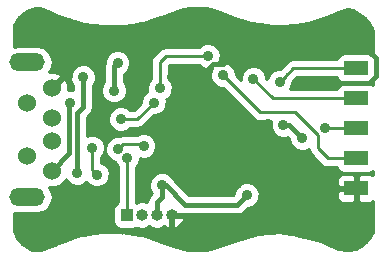
<source format=gbl>
G04 #@! TF.FileFunction,Copper,L2,Bot,Signal*
%FSLAX46Y46*%
G04 Gerber Fmt 4.6, Leading zero omitted, Abs format (unit mm)*
G04 Created by KiCad (PCBNEW 4.0.2-stable) date 6/19/2017 9:33:45 AM*
%MOMM*%
G01*
G04 APERTURE LIST*
%ADD10C,0.150000*%
%ADD11R,1.000000X1.000000*%
%ADD12O,1.000000X1.000000*%
%ADD13R,2.000000X1.200000*%
%ADD14C,1.524000*%
%ADD15O,3.000000X1.500000*%
%ADD16C,0.889000*%
%ADD17C,0.400000*%
%ADD18C,0.254000*%
G04 APERTURE END LIST*
D10*
D11*
X191516000Y-142113000D03*
D12*
X192786000Y-142113000D03*
X194056000Y-142113000D03*
X195326000Y-142113000D03*
D13*
X210947000Y-129675000D03*
X210947000Y-132215000D03*
X210947000Y-134755000D03*
X210947000Y-137295000D03*
X210947000Y-139835000D03*
D14*
X185166000Y-133874000D03*
X185166000Y-135874000D03*
X185166000Y-131374000D03*
X185166000Y-138374000D03*
X183066000Y-132624000D03*
X183066000Y-137124000D03*
D15*
X183066000Y-129174000D03*
X183066000Y-140574000D03*
D16*
X190737502Y-129222500D03*
X190436500Y-131572000D03*
X190436500Y-131572000D03*
X196950980Y-130717380D03*
X199961500Y-127381000D03*
X208216500Y-130873500D03*
X195326000Y-130429000D03*
X209931000Y-142430500D03*
X188087000Y-128841500D03*
X206888966Y-139827980D03*
X203454000Y-134366000D03*
X200850500Y-139509500D03*
X203256502Y-136779000D03*
X192883502Y-138303000D03*
X196913500Y-140081000D03*
X187325000Y-138557000D03*
X187833000Y-130429000D03*
X206375000Y-135576498D03*
X204787500Y-134493000D03*
X201676000Y-140398500D03*
X194500500Y-139573000D03*
X186690000Y-132588000D03*
X191579500Y-137258498D03*
X204464435Y-130826628D03*
X202247500Y-130556000D03*
X208280000Y-134747000D03*
X199654141Y-130267684D03*
X188595000Y-136398000D03*
X188976000Y-138684000D03*
X198374000Y-128651000D03*
X194310000Y-131381500D03*
X193802000Y-132588000D03*
X191008000Y-133985000D03*
X192944945Y-136252736D03*
X190754000Y-136525000D03*
D17*
X190436500Y-131572000D02*
X190436500Y-129523502D01*
X190436500Y-129523502D02*
X190737502Y-129222500D01*
X197450620Y-130717380D02*
X198818500Y-129349500D01*
X198818500Y-129349500D02*
X199644000Y-129349500D01*
X199644000Y-129349500D02*
X200215500Y-128778000D01*
X200215500Y-128778000D02*
X200215500Y-128143000D01*
X196950980Y-130717380D02*
X197450620Y-130717380D01*
X200215500Y-127635000D02*
X200215500Y-128143000D01*
X199961500Y-127381000D02*
X200215500Y-127635000D01*
X208216500Y-130873500D02*
X208280000Y-130937000D01*
X208280000Y-130937000D02*
X212026500Y-130937000D01*
X212026500Y-130937000D02*
X212598000Y-130365500D01*
X212598000Y-130365500D02*
X212598000Y-128841500D01*
X212598000Y-128841500D02*
X211899500Y-128143000D01*
X210947000Y-140335000D02*
X210947000Y-141414500D01*
X210947000Y-141414500D02*
X209931000Y-142430500D01*
X192883502Y-138303000D02*
X192883502Y-138464002D01*
X192883502Y-138464002D02*
X193103500Y-138684000D01*
X187325000Y-138557000D02*
X187325000Y-133477000D01*
X187833000Y-132969000D02*
X187833000Y-130429000D01*
X187325000Y-133477000D02*
X187833000Y-132969000D01*
X204787500Y-134493000D02*
X205291502Y-134493000D01*
X205291502Y-134493000D02*
X206375000Y-135576498D01*
X194500500Y-139573000D02*
X194818000Y-139573000D01*
X200850500Y-141224000D02*
X201676000Y-140398500D01*
X196469000Y-141224000D02*
X200850500Y-141224000D01*
X194818000Y-139573000D02*
X196469000Y-141224000D01*
X194500500Y-140589000D02*
X194056000Y-141033500D01*
X194056000Y-141033500D02*
X194056000Y-142113000D01*
X194500500Y-139573000D02*
X194500500Y-140589000D01*
X186662000Y-132616000D02*
X186690000Y-132588000D01*
X186662000Y-132616000D02*
X186662000Y-136878000D01*
X186662000Y-136878000D02*
X185166000Y-138374000D01*
D18*
X191579500Y-137258498D02*
X191579500Y-142049500D01*
X191579500Y-142049500D02*
X191516000Y-142113000D01*
X210947000Y-129675000D02*
X205616063Y-129675000D01*
X205616063Y-129675000D02*
X204464435Y-130826628D01*
X205116063Y-130175000D02*
X204908934Y-130382129D01*
X204908934Y-130382129D02*
X204464435Y-130826628D01*
X210947000Y-132215000D02*
X203906500Y-132215000D01*
X203906500Y-132215000D02*
X202247500Y-130556000D01*
X210947000Y-134755000D02*
X209859500Y-134755000D01*
X209859500Y-134755000D02*
X208280000Y-134747000D01*
X210947000Y-137295000D02*
X208542000Y-137295000D01*
X207708500Y-135318500D02*
X205803500Y-133413500D01*
X205803500Y-133413500D02*
X205311500Y-133413500D01*
X205311500Y-133413500D02*
X202799957Y-133413500D01*
X200098640Y-130712183D02*
X199654141Y-130267684D01*
X202799957Y-133413500D02*
X200098640Y-130712183D01*
X208542000Y-137295000D02*
X207708500Y-136461500D01*
X207708500Y-136461500D02*
X207708500Y-135318500D01*
X188595000Y-136398000D02*
X188595000Y-138303000D01*
X188595000Y-138303000D02*
X188976000Y-138684000D01*
X198374000Y-128651000D02*
X194818000Y-128651000D01*
X194310000Y-129159000D02*
X194310000Y-131381500D01*
X194818000Y-128651000D02*
X194310000Y-129159000D01*
X192405000Y-133985000D02*
X193802000Y-132588000D01*
X191008000Y-133985000D02*
X192405000Y-133985000D01*
X192772710Y-136080501D02*
X192944945Y-136252736D01*
X191198499Y-136080501D02*
X192772710Y-136080501D01*
X190754000Y-136525000D02*
X191198499Y-136080501D01*
G36*
X184208892Y-124616073D02*
X184814743Y-124810132D01*
X185368348Y-125053889D01*
X185377710Y-125055967D01*
X185385722Y-125061235D01*
X185978325Y-125301572D01*
X185994685Y-125304700D01*
X186009054Y-125313126D01*
X186322092Y-125421747D01*
X186322773Y-125421841D01*
X186323367Y-125422188D01*
X186535502Y-125495296D01*
X186536007Y-125495365D01*
X186536444Y-125495619D01*
X186605503Y-125519299D01*
X186605939Y-125519358D01*
X186606321Y-125519579D01*
X186668848Y-125540925D01*
X186669146Y-125540965D01*
X186669404Y-125541114D01*
X186703099Y-125552582D01*
X186703100Y-125552583D01*
X186735177Y-125563503D01*
X186735745Y-125563578D01*
X186736239Y-125563863D01*
X186769998Y-125575290D01*
X186769999Y-125575290D01*
X186801987Y-125586122D01*
X186802881Y-125586239D01*
X186803667Y-125586689D01*
X186949349Y-125635571D01*
X186950804Y-125635757D01*
X186952079Y-125636480D01*
X187069703Y-125675360D01*
X187073873Y-125675875D01*
X187077554Y-125677899D01*
X187400509Y-125780051D01*
X187409121Y-125781002D01*
X187416820Y-125784972D01*
X187624755Y-125844703D01*
X187638988Y-125845892D01*
X187651958Y-125851874D01*
X187904622Y-125912572D01*
X187921519Y-125913238D01*
X187937222Y-125919511D01*
X188228447Y-125973613D01*
X188245163Y-125973401D01*
X188260985Y-125978795D01*
X188818250Y-126052893D01*
X188835747Y-126051769D01*
X188852628Y-126056523D01*
X189418790Y-126100870D01*
X189436166Y-126098807D01*
X189453218Y-126102631D01*
X190248506Y-126121924D01*
X190265907Y-126118899D01*
X190283324Y-126121821D01*
X191071326Y-126098051D01*
X191091574Y-126093385D01*
X191112243Y-126095503D01*
X192029044Y-126008863D01*
X192056428Y-126000674D01*
X192085005Y-126001069D01*
X192731777Y-125881681D01*
X192760244Y-125870348D01*
X192790786Y-125867871D01*
X193283162Y-125727743D01*
X193300013Y-125719107D01*
X193318764Y-125716478D01*
X194695528Y-125236239D01*
X196050387Y-124763744D01*
X196369024Y-124677631D01*
X196895775Y-124605264D01*
X197776236Y-124588067D01*
X198246996Y-124618953D01*
X198599764Y-124673943D01*
X198923520Y-124755676D01*
X199416621Y-124919140D01*
X200465033Y-125300047D01*
X200466781Y-125300315D01*
X200468298Y-125301223D01*
X200949568Y-125473128D01*
X200960366Y-125474724D01*
X200969913Y-125480012D01*
X202029766Y-125818933D01*
X202059620Y-125822326D01*
X202087142Y-125834385D01*
X202599322Y-125947106D01*
X202633174Y-125947792D01*
X202665434Y-125958063D01*
X203542169Y-126056555D01*
X203566970Y-126054455D01*
X203591197Y-126060163D01*
X204642750Y-126097022D01*
X204671105Y-126092408D01*
X204699541Y-126096491D01*
X205729288Y-126041107D01*
X205769867Y-126030742D01*
X205811745Y-126031277D01*
X206800787Y-125847647D01*
X206828014Y-125836775D01*
X206857245Y-125834495D01*
X207353668Y-125694868D01*
X207378606Y-125682184D01*
X207406210Y-125677608D01*
X208625239Y-125217896D01*
X209424662Y-124918112D01*
X209430677Y-124914382D01*
X209437633Y-124913086D01*
X209897305Y-124729217D01*
X210131870Y-124670576D01*
X210649596Y-124747274D01*
X211220216Y-125053802D01*
X211672183Y-125388865D01*
X212022191Y-125809818D01*
X212252584Y-126278806D01*
X212341796Y-126527003D01*
X212341570Y-128576058D01*
X212198890Y-128478569D01*
X211947000Y-128427560D01*
X209947000Y-128427560D01*
X209711683Y-128471838D01*
X209495559Y-128610910D01*
X209350569Y-128823110D01*
X209332366Y-128913000D01*
X205616063Y-128913000D01*
X205324458Y-128971004D01*
X205168818Y-129075000D01*
X205077248Y-129136185D01*
X204577251Y-129636182D01*
X204577248Y-129636184D01*
X204466492Y-129746941D01*
X204466304Y-129747129D01*
X204250651Y-129746941D01*
X203853746Y-129910939D01*
X203549813Y-130214342D01*
X203385122Y-130610960D01*
X203385118Y-130615987D01*
X203326999Y-130557869D01*
X203327187Y-130342216D01*
X203163189Y-129945311D01*
X202859786Y-129641378D01*
X202463168Y-129476687D01*
X202033716Y-129476313D01*
X201636811Y-129640311D01*
X201332878Y-129943714D01*
X201168187Y-130340332D01*
X201167870Y-130703783D01*
X200733640Y-130269553D01*
X200733828Y-130053900D01*
X200569830Y-129656995D01*
X200266427Y-129353062D01*
X199869809Y-129188371D01*
X199440357Y-129187997D01*
X199294934Y-129248085D01*
X199453313Y-128866668D01*
X199453687Y-128437216D01*
X199289689Y-128040311D01*
X198986286Y-127736378D01*
X198589668Y-127571687D01*
X198160216Y-127571313D01*
X197763311Y-127735311D01*
X197609354Y-127889000D01*
X194818000Y-127889000D01*
X194526395Y-127947004D01*
X194279184Y-128112185D01*
X193771185Y-128620185D01*
X193606004Y-128867395D01*
X193548000Y-129159000D01*
X193548000Y-130616858D01*
X193395378Y-130769214D01*
X193230687Y-131165832D01*
X193230313Y-131595284D01*
X193251811Y-131647313D01*
X193191311Y-131672311D01*
X192887378Y-131975714D01*
X192722687Y-132372332D01*
X192722498Y-132589872D01*
X192089370Y-133223000D01*
X191772642Y-133223000D01*
X191620286Y-133070378D01*
X191223668Y-132905687D01*
X190794216Y-132905313D01*
X190397311Y-133069311D01*
X190093378Y-133372714D01*
X189928687Y-133769332D01*
X189928313Y-134198784D01*
X190092311Y-134595689D01*
X190395714Y-134899622D01*
X190792332Y-135064313D01*
X191221784Y-135064687D01*
X191618689Y-134900689D01*
X191772646Y-134747000D01*
X192405000Y-134747000D01*
X192696605Y-134688996D01*
X192943815Y-134523815D01*
X193800131Y-133667499D01*
X194015784Y-133667687D01*
X194412689Y-133503689D01*
X194716622Y-133200286D01*
X194881313Y-132803668D01*
X194881687Y-132374216D01*
X194860189Y-132322187D01*
X194920689Y-132297189D01*
X195224622Y-131993786D01*
X195389313Y-131597168D01*
X195389687Y-131167716D01*
X195225689Y-130770811D01*
X195072000Y-130616854D01*
X195072000Y-129474630D01*
X195133631Y-129413000D01*
X197609358Y-129413000D01*
X197761714Y-129565622D01*
X198158332Y-129730313D01*
X198587784Y-129730687D01*
X198733207Y-129670599D01*
X198574828Y-130052016D01*
X198574454Y-130481468D01*
X198738452Y-130878373D01*
X199041855Y-131182306D01*
X199438473Y-131346997D01*
X199656013Y-131347186D01*
X202261142Y-133952315D01*
X202508352Y-134117496D01*
X202799957Y-134175500D01*
X203750472Y-134175500D01*
X203708187Y-134277332D01*
X203707813Y-134706784D01*
X203871811Y-135103689D01*
X204175214Y-135407622D01*
X204571832Y-135572313D01*
X205001284Y-135572687D01*
X205135050Y-135517416D01*
X205295411Y-135677777D01*
X205295313Y-135790282D01*
X205459311Y-136187187D01*
X205762714Y-136491120D01*
X206159332Y-136655811D01*
X206588784Y-136656185D01*
X206955117Y-136504819D01*
X207004504Y-136753105D01*
X207140564Y-136956732D01*
X207169685Y-137000315D01*
X208003185Y-137833815D01*
X208250395Y-137998996D01*
X208542000Y-138057000D01*
X209330042Y-138057000D01*
X209343838Y-138130317D01*
X209482910Y-138346441D01*
X209695110Y-138491431D01*
X209947000Y-138542440D01*
X211947000Y-138542440D01*
X212182317Y-138498162D01*
X212340486Y-138396383D01*
X212340449Y-138730424D01*
X212306698Y-138696673D01*
X212073309Y-138600000D01*
X211232750Y-138600000D01*
X211074000Y-138758750D01*
X211074000Y-139708000D01*
X211094000Y-139708000D01*
X211094000Y-139962000D01*
X211074000Y-139962000D01*
X211074000Y-140911250D01*
X211232750Y-141070000D01*
X212073309Y-141070000D01*
X212306698Y-140973327D01*
X212340206Y-140939819D01*
X212339915Y-143578028D01*
X212143258Y-143999794D01*
X211797474Y-144415665D01*
X211366609Y-144735083D01*
X210894630Y-144941112D01*
X210259553Y-145085349D01*
X209434588Y-144944775D01*
X208672896Y-144619779D01*
X208668673Y-144618892D01*
X208665081Y-144616506D01*
X207992183Y-144339867D01*
X207957494Y-144333062D01*
X207926087Y-144316832D01*
X206986499Y-144046010D01*
X206967939Y-144044442D01*
X206950926Y-144036853D01*
X206503247Y-143935226D01*
X206497113Y-143935061D01*
X206491467Y-143932669D01*
X205870561Y-143803965D01*
X205867249Y-143803938D01*
X205864185Y-143802677D01*
X205561052Y-143743049D01*
X205560046Y-143743051D01*
X205559112Y-143742670D01*
X204786765Y-143593220D01*
X204714291Y-143593598D01*
X204642761Y-143581958D01*
X203591210Y-143618816D01*
X203566983Y-143624524D01*
X203542182Y-143622424D01*
X202665435Y-143720916D01*
X202633178Y-143731186D01*
X202599326Y-143731872D01*
X202087145Y-143844590D01*
X202059619Y-143856651D01*
X202029763Y-143860044D01*
X200969918Y-144198968D01*
X200960374Y-144204255D01*
X200949580Y-144205850D01*
X200468301Y-144377755D01*
X200466781Y-144378665D01*
X200465033Y-144378933D01*
X199416632Y-144759836D01*
X198923528Y-144923301D01*
X198599771Y-145005037D01*
X198246994Y-145060026D01*
X197763736Y-145091733D01*
X197572834Y-145095473D01*
X197404596Y-145096192D01*
X197209169Y-145093316D01*
X197052609Y-145087332D01*
X196681400Y-145054661D01*
X196378189Y-145003830D01*
X196050373Y-144915232D01*
X194695492Y-144442726D01*
X194695490Y-144442726D01*
X193318767Y-143962502D01*
X193300017Y-143959874D01*
X193283166Y-143951237D01*
X192790790Y-143811108D01*
X192760247Y-143808631D01*
X192731780Y-143797298D01*
X192085012Y-143677910D01*
X192056435Y-143678305D01*
X192029051Y-143670116D01*
X191112248Y-143583474D01*
X191095874Y-143585152D01*
X191079884Y-143581241D01*
X190690680Y-143564288D01*
X190681919Y-143565637D01*
X190673256Y-143563767D01*
X190270915Y-143557211D01*
X190262311Y-143558777D01*
X190253717Y-143557162D01*
X189853242Y-143561399D01*
X189844576Y-143563218D01*
X189835831Y-143561820D01*
X189444559Y-143576615D01*
X189431815Y-143579655D01*
X189418796Y-143578109D01*
X188852631Y-143622454D01*
X188835749Y-143627208D01*
X188818247Y-143626084D01*
X188260986Y-143700184D01*
X188245159Y-143705580D01*
X188228440Y-143705368D01*
X187937214Y-143759475D01*
X187921524Y-143765743D01*
X187904642Y-143766408D01*
X187651979Y-143827098D01*
X187638985Y-143833090D01*
X187624723Y-143834283D01*
X187416787Y-143894027D01*
X187409112Y-143897985D01*
X187400527Y-143898933D01*
X187077572Y-144001076D01*
X187072837Y-144003679D01*
X187067478Y-144004361D01*
X186736086Y-144115251D01*
X186733520Y-144116718D01*
X186730593Y-144117117D01*
X186010278Y-144365431D01*
X185983532Y-144381042D01*
X185953386Y-144388144D01*
X185820326Y-144448802D01*
X185820263Y-144448847D01*
X185820188Y-144448865D01*
X185687369Y-144509451D01*
X185531207Y-144580348D01*
X185426406Y-144627525D01*
X185120028Y-144761815D01*
X184925222Y-144842733D01*
X184265052Y-145060070D01*
X183982717Y-145096386D01*
X183782728Y-145090437D01*
X183517578Y-145036409D01*
X183287218Y-144954971D01*
X183066392Y-144845583D01*
X182622976Y-144516859D01*
X182260393Y-144080779D01*
X182142677Y-143873968D01*
X182030603Y-143614875D01*
X181967618Y-143417009D01*
X181940010Y-142736275D01*
X181940007Y-141892530D01*
X182274173Y-141959000D01*
X183857827Y-141959000D01*
X184387844Y-141853573D01*
X184837170Y-141553343D01*
X185137400Y-141104017D01*
X185242827Y-140574000D01*
X185137400Y-140043983D01*
X184954876Y-139770816D01*
X185442661Y-139771242D01*
X185956303Y-139559010D01*
X186349629Y-139166370D01*
X186379270Y-139094985D01*
X186409311Y-139167689D01*
X186712714Y-139471622D01*
X187109332Y-139636313D01*
X187538784Y-139636687D01*
X187935689Y-139472689D01*
X188087109Y-139321533D01*
X188363714Y-139598622D01*
X188760332Y-139763313D01*
X189189784Y-139763687D01*
X189586689Y-139599689D01*
X189890622Y-139296286D01*
X190055313Y-138899668D01*
X190055687Y-138470216D01*
X189891689Y-138073311D01*
X189588286Y-137769378D01*
X189357000Y-137673339D01*
X189357000Y-137162642D01*
X189509622Y-137010286D01*
X189622360Y-136738784D01*
X189674313Y-136738784D01*
X189838311Y-137135689D01*
X190141714Y-137439622D01*
X190538332Y-137604313D01*
X190554373Y-137604327D01*
X190663811Y-137869187D01*
X190817500Y-138023144D01*
X190817500Y-141002910D01*
X190780683Y-141009838D01*
X190564559Y-141148910D01*
X190419569Y-141361110D01*
X190368560Y-141613000D01*
X190368560Y-142613000D01*
X190412838Y-142848317D01*
X190551910Y-143064441D01*
X190764110Y-143209431D01*
X191016000Y-143260440D01*
X192016000Y-143260440D01*
X192251317Y-143216162D01*
X192327073Y-143167414D01*
X192351654Y-143183839D01*
X192786000Y-143270236D01*
X193220346Y-143183839D01*
X193421000Y-143049766D01*
X193621654Y-143183839D01*
X194056000Y-143270236D01*
X194490346Y-143183839D01*
X194700304Y-143043549D01*
X194765791Y-143100127D01*
X195024126Y-143207119D01*
X195199000Y-143080954D01*
X195199000Y-142240000D01*
X195453000Y-142240000D01*
X195453000Y-143080954D01*
X195627874Y-143207119D01*
X195886209Y-143100127D01*
X196221323Y-142810604D01*
X196420132Y-142414877D01*
X196295135Y-142240000D01*
X195453000Y-142240000D01*
X195199000Y-142240000D01*
X195179000Y-142240000D01*
X195179000Y-142195564D01*
X195191000Y-142135236D01*
X195191000Y-142090764D01*
X195179000Y-142030436D01*
X195179000Y-141986000D01*
X195199000Y-141986000D01*
X195199000Y-141966000D01*
X195453000Y-141966000D01*
X195453000Y-141986000D01*
X196135332Y-141986000D01*
X196149460Y-141995440D01*
X196469000Y-142059000D01*
X200850500Y-142059000D01*
X201170041Y-141995439D01*
X201440934Y-141814434D01*
X201777279Y-141478089D01*
X201889784Y-141478187D01*
X202286689Y-141314189D01*
X202590622Y-141010786D01*
X202755313Y-140614168D01*
X202755687Y-140184716D01*
X202729257Y-140120750D01*
X209312000Y-140120750D01*
X209312000Y-140561310D01*
X209408673Y-140794699D01*
X209587302Y-140973327D01*
X209820691Y-141070000D01*
X210661250Y-141070000D01*
X210820000Y-140911250D01*
X210820000Y-139962000D01*
X209470750Y-139962000D01*
X209312000Y-140120750D01*
X202729257Y-140120750D01*
X202591689Y-139787811D01*
X202288286Y-139483878D01*
X201891668Y-139319187D01*
X201462216Y-139318813D01*
X201065311Y-139482811D01*
X200761378Y-139786214D01*
X200596687Y-140182832D01*
X200596588Y-140297044D01*
X200504632Y-140389000D01*
X196814868Y-140389000D01*
X195534558Y-139108690D01*
X209312000Y-139108690D01*
X209312000Y-139549250D01*
X209470750Y-139708000D01*
X210820000Y-139708000D01*
X210820000Y-138758750D01*
X210661250Y-138600000D01*
X209820691Y-138600000D01*
X209587302Y-138696673D01*
X209408673Y-138875301D01*
X209312000Y-139108690D01*
X195534558Y-139108690D01*
X195435912Y-139010044D01*
X195416189Y-138962311D01*
X195112786Y-138658378D01*
X194716168Y-138493687D01*
X194286716Y-138493313D01*
X193889811Y-138657311D01*
X193585878Y-138960714D01*
X193421187Y-139357332D01*
X193420813Y-139786784D01*
X193584811Y-140183689D01*
X193654816Y-140253816D01*
X193465566Y-140443066D01*
X193284561Y-140713959D01*
X193221000Y-141033500D01*
X193221000Y-141042598D01*
X193220346Y-141042161D01*
X192786000Y-140955764D01*
X192351654Y-141042161D01*
X192341500Y-141048946D01*
X192341500Y-138023140D01*
X192494122Y-137870784D01*
X192658813Y-137474166D01*
X192658962Y-137302852D01*
X192729277Y-137332049D01*
X193158729Y-137332423D01*
X193555634Y-137168425D01*
X193859567Y-136865022D01*
X194024258Y-136468404D01*
X194024632Y-136038952D01*
X193860634Y-135642047D01*
X193557231Y-135338114D01*
X193160613Y-135173423D01*
X192731161Y-135173049D01*
X192379141Y-135318501D01*
X191198499Y-135318501D01*
X190906895Y-135376504D01*
X190803572Y-135445542D01*
X190540216Y-135445313D01*
X190143311Y-135609311D01*
X189839378Y-135912714D01*
X189674687Y-136309332D01*
X189674313Y-136738784D01*
X189622360Y-136738784D01*
X189674313Y-136613668D01*
X189674687Y-136184216D01*
X189510689Y-135787311D01*
X189207286Y-135483378D01*
X188810668Y-135318687D01*
X188381216Y-135318313D01*
X188160000Y-135409718D01*
X188160000Y-133822868D01*
X188423434Y-133559435D01*
X188548196Y-133372714D01*
X188604439Y-133288541D01*
X188668000Y-132969000D01*
X188668000Y-131785784D01*
X189356813Y-131785784D01*
X189520811Y-132182689D01*
X189824214Y-132486622D01*
X190220832Y-132651313D01*
X190650284Y-132651687D01*
X191047189Y-132487689D01*
X191351122Y-132184286D01*
X191515813Y-131787668D01*
X191516187Y-131358216D01*
X191352189Y-130961311D01*
X191271500Y-130880481D01*
X191271500Y-130169877D01*
X191348191Y-130138189D01*
X191652124Y-129834786D01*
X191816815Y-129438168D01*
X191817189Y-129008716D01*
X191653191Y-128611811D01*
X191349788Y-128307878D01*
X190953170Y-128143187D01*
X190523718Y-128142813D01*
X190126813Y-128306811D01*
X189822880Y-128610214D01*
X189658189Y-129006832D01*
X189657986Y-129239527D01*
X189601500Y-129523502D01*
X189601500Y-130880231D01*
X189521878Y-130959714D01*
X189357187Y-131356332D01*
X189356813Y-131785784D01*
X188668000Y-131785784D01*
X188668000Y-131120769D01*
X188747622Y-131041286D01*
X188912313Y-130644668D01*
X188912687Y-130215216D01*
X188748689Y-129818311D01*
X188445286Y-129514378D01*
X188048668Y-129349687D01*
X187619216Y-129349313D01*
X187222311Y-129513311D01*
X186918378Y-129816714D01*
X186753687Y-130213332D01*
X186753313Y-130642784D01*
X186917311Y-131039689D01*
X186998000Y-131120519D01*
X186998000Y-131547027D01*
X186905668Y-131508687D01*
X186571475Y-131508396D01*
X186547362Y-131026632D01*
X186388397Y-130642857D01*
X186146213Y-130573392D01*
X185345605Y-131374000D01*
X185359748Y-131388143D01*
X185180143Y-131567748D01*
X185166000Y-131553605D01*
X185151858Y-131567748D01*
X184972253Y-131388143D01*
X184986395Y-131374000D01*
X184972253Y-131359858D01*
X185151858Y-131180253D01*
X185166000Y-131194395D01*
X185966608Y-130393787D01*
X185897143Y-130151603D01*
X185373698Y-129964856D01*
X184948906Y-129986118D01*
X185137400Y-129704017D01*
X185242827Y-129174000D01*
X185137400Y-128643983D01*
X184837170Y-128194657D01*
X184387844Y-127894427D01*
X183857827Y-127789000D01*
X182274173Y-127789000D01*
X181939951Y-127855481D01*
X181939944Y-126050897D01*
X182252232Y-125605566D01*
X182429567Y-125363782D01*
X182612494Y-125167825D01*
X182823873Y-124989538D01*
X183053566Y-124839164D01*
X183243563Y-124741517D01*
X183456113Y-124654430D01*
X183739075Y-124571206D01*
X183788569Y-124566632D01*
X184208892Y-124616073D01*
X184208892Y-124616073D01*
G37*
X184208892Y-124616073D02*
X184814743Y-124810132D01*
X185368348Y-125053889D01*
X185377710Y-125055967D01*
X185385722Y-125061235D01*
X185978325Y-125301572D01*
X185994685Y-125304700D01*
X186009054Y-125313126D01*
X186322092Y-125421747D01*
X186322773Y-125421841D01*
X186323367Y-125422188D01*
X186535502Y-125495296D01*
X186536007Y-125495365D01*
X186536444Y-125495619D01*
X186605503Y-125519299D01*
X186605939Y-125519358D01*
X186606321Y-125519579D01*
X186668848Y-125540925D01*
X186669146Y-125540965D01*
X186669404Y-125541114D01*
X186703099Y-125552582D01*
X186703100Y-125552583D01*
X186735177Y-125563503D01*
X186735745Y-125563578D01*
X186736239Y-125563863D01*
X186769998Y-125575290D01*
X186769999Y-125575290D01*
X186801987Y-125586122D01*
X186802881Y-125586239D01*
X186803667Y-125586689D01*
X186949349Y-125635571D01*
X186950804Y-125635757D01*
X186952079Y-125636480D01*
X187069703Y-125675360D01*
X187073873Y-125675875D01*
X187077554Y-125677899D01*
X187400509Y-125780051D01*
X187409121Y-125781002D01*
X187416820Y-125784972D01*
X187624755Y-125844703D01*
X187638988Y-125845892D01*
X187651958Y-125851874D01*
X187904622Y-125912572D01*
X187921519Y-125913238D01*
X187937222Y-125919511D01*
X188228447Y-125973613D01*
X188245163Y-125973401D01*
X188260985Y-125978795D01*
X188818250Y-126052893D01*
X188835747Y-126051769D01*
X188852628Y-126056523D01*
X189418790Y-126100870D01*
X189436166Y-126098807D01*
X189453218Y-126102631D01*
X190248506Y-126121924D01*
X190265907Y-126118899D01*
X190283324Y-126121821D01*
X191071326Y-126098051D01*
X191091574Y-126093385D01*
X191112243Y-126095503D01*
X192029044Y-126008863D01*
X192056428Y-126000674D01*
X192085005Y-126001069D01*
X192731777Y-125881681D01*
X192760244Y-125870348D01*
X192790786Y-125867871D01*
X193283162Y-125727743D01*
X193300013Y-125719107D01*
X193318764Y-125716478D01*
X194695528Y-125236239D01*
X196050387Y-124763744D01*
X196369024Y-124677631D01*
X196895775Y-124605264D01*
X197776236Y-124588067D01*
X198246996Y-124618953D01*
X198599764Y-124673943D01*
X198923520Y-124755676D01*
X199416621Y-124919140D01*
X200465033Y-125300047D01*
X200466781Y-125300315D01*
X200468298Y-125301223D01*
X200949568Y-125473128D01*
X200960366Y-125474724D01*
X200969913Y-125480012D01*
X202029766Y-125818933D01*
X202059620Y-125822326D01*
X202087142Y-125834385D01*
X202599322Y-125947106D01*
X202633174Y-125947792D01*
X202665434Y-125958063D01*
X203542169Y-126056555D01*
X203566970Y-126054455D01*
X203591197Y-126060163D01*
X204642750Y-126097022D01*
X204671105Y-126092408D01*
X204699541Y-126096491D01*
X205729288Y-126041107D01*
X205769867Y-126030742D01*
X205811745Y-126031277D01*
X206800787Y-125847647D01*
X206828014Y-125836775D01*
X206857245Y-125834495D01*
X207353668Y-125694868D01*
X207378606Y-125682184D01*
X207406210Y-125677608D01*
X208625239Y-125217896D01*
X209424662Y-124918112D01*
X209430677Y-124914382D01*
X209437633Y-124913086D01*
X209897305Y-124729217D01*
X210131870Y-124670576D01*
X210649596Y-124747274D01*
X211220216Y-125053802D01*
X211672183Y-125388865D01*
X212022191Y-125809818D01*
X212252584Y-126278806D01*
X212341796Y-126527003D01*
X212341570Y-128576058D01*
X212198890Y-128478569D01*
X211947000Y-128427560D01*
X209947000Y-128427560D01*
X209711683Y-128471838D01*
X209495559Y-128610910D01*
X209350569Y-128823110D01*
X209332366Y-128913000D01*
X205616063Y-128913000D01*
X205324458Y-128971004D01*
X205168818Y-129075000D01*
X205077248Y-129136185D01*
X204577251Y-129636182D01*
X204577248Y-129636184D01*
X204466492Y-129746941D01*
X204466304Y-129747129D01*
X204250651Y-129746941D01*
X203853746Y-129910939D01*
X203549813Y-130214342D01*
X203385122Y-130610960D01*
X203385118Y-130615987D01*
X203326999Y-130557869D01*
X203327187Y-130342216D01*
X203163189Y-129945311D01*
X202859786Y-129641378D01*
X202463168Y-129476687D01*
X202033716Y-129476313D01*
X201636811Y-129640311D01*
X201332878Y-129943714D01*
X201168187Y-130340332D01*
X201167870Y-130703783D01*
X200733640Y-130269553D01*
X200733828Y-130053900D01*
X200569830Y-129656995D01*
X200266427Y-129353062D01*
X199869809Y-129188371D01*
X199440357Y-129187997D01*
X199294934Y-129248085D01*
X199453313Y-128866668D01*
X199453687Y-128437216D01*
X199289689Y-128040311D01*
X198986286Y-127736378D01*
X198589668Y-127571687D01*
X198160216Y-127571313D01*
X197763311Y-127735311D01*
X197609354Y-127889000D01*
X194818000Y-127889000D01*
X194526395Y-127947004D01*
X194279184Y-128112185D01*
X193771185Y-128620185D01*
X193606004Y-128867395D01*
X193548000Y-129159000D01*
X193548000Y-130616858D01*
X193395378Y-130769214D01*
X193230687Y-131165832D01*
X193230313Y-131595284D01*
X193251811Y-131647313D01*
X193191311Y-131672311D01*
X192887378Y-131975714D01*
X192722687Y-132372332D01*
X192722498Y-132589872D01*
X192089370Y-133223000D01*
X191772642Y-133223000D01*
X191620286Y-133070378D01*
X191223668Y-132905687D01*
X190794216Y-132905313D01*
X190397311Y-133069311D01*
X190093378Y-133372714D01*
X189928687Y-133769332D01*
X189928313Y-134198784D01*
X190092311Y-134595689D01*
X190395714Y-134899622D01*
X190792332Y-135064313D01*
X191221784Y-135064687D01*
X191618689Y-134900689D01*
X191772646Y-134747000D01*
X192405000Y-134747000D01*
X192696605Y-134688996D01*
X192943815Y-134523815D01*
X193800131Y-133667499D01*
X194015784Y-133667687D01*
X194412689Y-133503689D01*
X194716622Y-133200286D01*
X194881313Y-132803668D01*
X194881687Y-132374216D01*
X194860189Y-132322187D01*
X194920689Y-132297189D01*
X195224622Y-131993786D01*
X195389313Y-131597168D01*
X195389687Y-131167716D01*
X195225689Y-130770811D01*
X195072000Y-130616854D01*
X195072000Y-129474630D01*
X195133631Y-129413000D01*
X197609358Y-129413000D01*
X197761714Y-129565622D01*
X198158332Y-129730313D01*
X198587784Y-129730687D01*
X198733207Y-129670599D01*
X198574828Y-130052016D01*
X198574454Y-130481468D01*
X198738452Y-130878373D01*
X199041855Y-131182306D01*
X199438473Y-131346997D01*
X199656013Y-131347186D01*
X202261142Y-133952315D01*
X202508352Y-134117496D01*
X202799957Y-134175500D01*
X203750472Y-134175500D01*
X203708187Y-134277332D01*
X203707813Y-134706784D01*
X203871811Y-135103689D01*
X204175214Y-135407622D01*
X204571832Y-135572313D01*
X205001284Y-135572687D01*
X205135050Y-135517416D01*
X205295411Y-135677777D01*
X205295313Y-135790282D01*
X205459311Y-136187187D01*
X205762714Y-136491120D01*
X206159332Y-136655811D01*
X206588784Y-136656185D01*
X206955117Y-136504819D01*
X207004504Y-136753105D01*
X207140564Y-136956732D01*
X207169685Y-137000315D01*
X208003185Y-137833815D01*
X208250395Y-137998996D01*
X208542000Y-138057000D01*
X209330042Y-138057000D01*
X209343838Y-138130317D01*
X209482910Y-138346441D01*
X209695110Y-138491431D01*
X209947000Y-138542440D01*
X211947000Y-138542440D01*
X212182317Y-138498162D01*
X212340486Y-138396383D01*
X212340449Y-138730424D01*
X212306698Y-138696673D01*
X212073309Y-138600000D01*
X211232750Y-138600000D01*
X211074000Y-138758750D01*
X211074000Y-139708000D01*
X211094000Y-139708000D01*
X211094000Y-139962000D01*
X211074000Y-139962000D01*
X211074000Y-140911250D01*
X211232750Y-141070000D01*
X212073309Y-141070000D01*
X212306698Y-140973327D01*
X212340206Y-140939819D01*
X212339915Y-143578028D01*
X212143258Y-143999794D01*
X211797474Y-144415665D01*
X211366609Y-144735083D01*
X210894630Y-144941112D01*
X210259553Y-145085349D01*
X209434588Y-144944775D01*
X208672896Y-144619779D01*
X208668673Y-144618892D01*
X208665081Y-144616506D01*
X207992183Y-144339867D01*
X207957494Y-144333062D01*
X207926087Y-144316832D01*
X206986499Y-144046010D01*
X206967939Y-144044442D01*
X206950926Y-144036853D01*
X206503247Y-143935226D01*
X206497113Y-143935061D01*
X206491467Y-143932669D01*
X205870561Y-143803965D01*
X205867249Y-143803938D01*
X205864185Y-143802677D01*
X205561052Y-143743049D01*
X205560046Y-143743051D01*
X205559112Y-143742670D01*
X204786765Y-143593220D01*
X204714291Y-143593598D01*
X204642761Y-143581958D01*
X203591210Y-143618816D01*
X203566983Y-143624524D01*
X203542182Y-143622424D01*
X202665435Y-143720916D01*
X202633178Y-143731186D01*
X202599326Y-143731872D01*
X202087145Y-143844590D01*
X202059619Y-143856651D01*
X202029763Y-143860044D01*
X200969918Y-144198968D01*
X200960374Y-144204255D01*
X200949580Y-144205850D01*
X200468301Y-144377755D01*
X200466781Y-144378665D01*
X200465033Y-144378933D01*
X199416632Y-144759836D01*
X198923528Y-144923301D01*
X198599771Y-145005037D01*
X198246994Y-145060026D01*
X197763736Y-145091733D01*
X197572834Y-145095473D01*
X197404596Y-145096192D01*
X197209169Y-145093316D01*
X197052609Y-145087332D01*
X196681400Y-145054661D01*
X196378189Y-145003830D01*
X196050373Y-144915232D01*
X194695492Y-144442726D01*
X194695490Y-144442726D01*
X193318767Y-143962502D01*
X193300017Y-143959874D01*
X193283166Y-143951237D01*
X192790790Y-143811108D01*
X192760247Y-143808631D01*
X192731780Y-143797298D01*
X192085012Y-143677910D01*
X192056435Y-143678305D01*
X192029051Y-143670116D01*
X191112248Y-143583474D01*
X191095874Y-143585152D01*
X191079884Y-143581241D01*
X190690680Y-143564288D01*
X190681919Y-143565637D01*
X190673256Y-143563767D01*
X190270915Y-143557211D01*
X190262311Y-143558777D01*
X190253717Y-143557162D01*
X189853242Y-143561399D01*
X189844576Y-143563218D01*
X189835831Y-143561820D01*
X189444559Y-143576615D01*
X189431815Y-143579655D01*
X189418796Y-143578109D01*
X188852631Y-143622454D01*
X188835749Y-143627208D01*
X188818247Y-143626084D01*
X188260986Y-143700184D01*
X188245159Y-143705580D01*
X188228440Y-143705368D01*
X187937214Y-143759475D01*
X187921524Y-143765743D01*
X187904642Y-143766408D01*
X187651979Y-143827098D01*
X187638985Y-143833090D01*
X187624723Y-143834283D01*
X187416787Y-143894027D01*
X187409112Y-143897985D01*
X187400527Y-143898933D01*
X187077572Y-144001076D01*
X187072837Y-144003679D01*
X187067478Y-144004361D01*
X186736086Y-144115251D01*
X186733520Y-144116718D01*
X186730593Y-144117117D01*
X186010278Y-144365431D01*
X185983532Y-144381042D01*
X185953386Y-144388144D01*
X185820326Y-144448802D01*
X185820263Y-144448847D01*
X185820188Y-144448865D01*
X185687369Y-144509451D01*
X185531207Y-144580348D01*
X185426406Y-144627525D01*
X185120028Y-144761815D01*
X184925222Y-144842733D01*
X184265052Y-145060070D01*
X183982717Y-145096386D01*
X183782728Y-145090437D01*
X183517578Y-145036409D01*
X183287218Y-144954971D01*
X183066392Y-144845583D01*
X182622976Y-144516859D01*
X182260393Y-144080779D01*
X182142677Y-143873968D01*
X182030603Y-143614875D01*
X181967618Y-143417009D01*
X181940010Y-142736275D01*
X181940007Y-141892530D01*
X182274173Y-141959000D01*
X183857827Y-141959000D01*
X184387844Y-141853573D01*
X184837170Y-141553343D01*
X185137400Y-141104017D01*
X185242827Y-140574000D01*
X185137400Y-140043983D01*
X184954876Y-139770816D01*
X185442661Y-139771242D01*
X185956303Y-139559010D01*
X186349629Y-139166370D01*
X186379270Y-139094985D01*
X186409311Y-139167689D01*
X186712714Y-139471622D01*
X187109332Y-139636313D01*
X187538784Y-139636687D01*
X187935689Y-139472689D01*
X188087109Y-139321533D01*
X188363714Y-139598622D01*
X188760332Y-139763313D01*
X189189784Y-139763687D01*
X189586689Y-139599689D01*
X189890622Y-139296286D01*
X190055313Y-138899668D01*
X190055687Y-138470216D01*
X189891689Y-138073311D01*
X189588286Y-137769378D01*
X189357000Y-137673339D01*
X189357000Y-137162642D01*
X189509622Y-137010286D01*
X189622360Y-136738784D01*
X189674313Y-136738784D01*
X189838311Y-137135689D01*
X190141714Y-137439622D01*
X190538332Y-137604313D01*
X190554373Y-137604327D01*
X190663811Y-137869187D01*
X190817500Y-138023144D01*
X190817500Y-141002910D01*
X190780683Y-141009838D01*
X190564559Y-141148910D01*
X190419569Y-141361110D01*
X190368560Y-141613000D01*
X190368560Y-142613000D01*
X190412838Y-142848317D01*
X190551910Y-143064441D01*
X190764110Y-143209431D01*
X191016000Y-143260440D01*
X192016000Y-143260440D01*
X192251317Y-143216162D01*
X192327073Y-143167414D01*
X192351654Y-143183839D01*
X192786000Y-143270236D01*
X193220346Y-143183839D01*
X193421000Y-143049766D01*
X193621654Y-143183839D01*
X194056000Y-143270236D01*
X194490346Y-143183839D01*
X194700304Y-143043549D01*
X194765791Y-143100127D01*
X195024126Y-143207119D01*
X195199000Y-143080954D01*
X195199000Y-142240000D01*
X195453000Y-142240000D01*
X195453000Y-143080954D01*
X195627874Y-143207119D01*
X195886209Y-143100127D01*
X196221323Y-142810604D01*
X196420132Y-142414877D01*
X196295135Y-142240000D01*
X195453000Y-142240000D01*
X195199000Y-142240000D01*
X195179000Y-142240000D01*
X195179000Y-142195564D01*
X195191000Y-142135236D01*
X195191000Y-142090764D01*
X195179000Y-142030436D01*
X195179000Y-141986000D01*
X195199000Y-141986000D01*
X195199000Y-141966000D01*
X195453000Y-141966000D01*
X195453000Y-141986000D01*
X196135332Y-141986000D01*
X196149460Y-141995440D01*
X196469000Y-142059000D01*
X200850500Y-142059000D01*
X201170041Y-141995439D01*
X201440934Y-141814434D01*
X201777279Y-141478089D01*
X201889784Y-141478187D01*
X202286689Y-141314189D01*
X202590622Y-141010786D01*
X202755313Y-140614168D01*
X202755687Y-140184716D01*
X202729257Y-140120750D01*
X209312000Y-140120750D01*
X209312000Y-140561310D01*
X209408673Y-140794699D01*
X209587302Y-140973327D01*
X209820691Y-141070000D01*
X210661250Y-141070000D01*
X210820000Y-140911250D01*
X210820000Y-139962000D01*
X209470750Y-139962000D01*
X209312000Y-140120750D01*
X202729257Y-140120750D01*
X202591689Y-139787811D01*
X202288286Y-139483878D01*
X201891668Y-139319187D01*
X201462216Y-139318813D01*
X201065311Y-139482811D01*
X200761378Y-139786214D01*
X200596687Y-140182832D01*
X200596588Y-140297044D01*
X200504632Y-140389000D01*
X196814868Y-140389000D01*
X195534558Y-139108690D01*
X209312000Y-139108690D01*
X209312000Y-139549250D01*
X209470750Y-139708000D01*
X210820000Y-139708000D01*
X210820000Y-138758750D01*
X210661250Y-138600000D01*
X209820691Y-138600000D01*
X209587302Y-138696673D01*
X209408673Y-138875301D01*
X209312000Y-139108690D01*
X195534558Y-139108690D01*
X195435912Y-139010044D01*
X195416189Y-138962311D01*
X195112786Y-138658378D01*
X194716168Y-138493687D01*
X194286716Y-138493313D01*
X193889811Y-138657311D01*
X193585878Y-138960714D01*
X193421187Y-139357332D01*
X193420813Y-139786784D01*
X193584811Y-140183689D01*
X193654816Y-140253816D01*
X193465566Y-140443066D01*
X193284561Y-140713959D01*
X193221000Y-141033500D01*
X193221000Y-141042598D01*
X193220346Y-141042161D01*
X192786000Y-140955764D01*
X192351654Y-141042161D01*
X192341500Y-141048946D01*
X192341500Y-138023140D01*
X192494122Y-137870784D01*
X192658813Y-137474166D01*
X192658962Y-137302852D01*
X192729277Y-137332049D01*
X193158729Y-137332423D01*
X193555634Y-137168425D01*
X193859567Y-136865022D01*
X194024258Y-136468404D01*
X194024632Y-136038952D01*
X193860634Y-135642047D01*
X193557231Y-135338114D01*
X193160613Y-135173423D01*
X192731161Y-135173049D01*
X192379141Y-135318501D01*
X191198499Y-135318501D01*
X190906895Y-135376504D01*
X190803572Y-135445542D01*
X190540216Y-135445313D01*
X190143311Y-135609311D01*
X189839378Y-135912714D01*
X189674687Y-136309332D01*
X189674313Y-136738784D01*
X189622360Y-136738784D01*
X189674313Y-136613668D01*
X189674687Y-136184216D01*
X189510689Y-135787311D01*
X189207286Y-135483378D01*
X188810668Y-135318687D01*
X188381216Y-135318313D01*
X188160000Y-135409718D01*
X188160000Y-133822868D01*
X188423434Y-133559435D01*
X188548196Y-133372714D01*
X188604439Y-133288541D01*
X188668000Y-132969000D01*
X188668000Y-131785784D01*
X189356813Y-131785784D01*
X189520811Y-132182689D01*
X189824214Y-132486622D01*
X190220832Y-132651313D01*
X190650284Y-132651687D01*
X191047189Y-132487689D01*
X191351122Y-132184286D01*
X191515813Y-131787668D01*
X191516187Y-131358216D01*
X191352189Y-130961311D01*
X191271500Y-130880481D01*
X191271500Y-130169877D01*
X191348191Y-130138189D01*
X191652124Y-129834786D01*
X191816815Y-129438168D01*
X191817189Y-129008716D01*
X191653191Y-128611811D01*
X191349788Y-128307878D01*
X190953170Y-128143187D01*
X190523718Y-128142813D01*
X190126813Y-128306811D01*
X189822880Y-128610214D01*
X189658189Y-129006832D01*
X189657986Y-129239527D01*
X189601500Y-129523502D01*
X189601500Y-130880231D01*
X189521878Y-130959714D01*
X189357187Y-131356332D01*
X189356813Y-131785784D01*
X188668000Y-131785784D01*
X188668000Y-131120769D01*
X188747622Y-131041286D01*
X188912313Y-130644668D01*
X188912687Y-130215216D01*
X188748689Y-129818311D01*
X188445286Y-129514378D01*
X188048668Y-129349687D01*
X187619216Y-129349313D01*
X187222311Y-129513311D01*
X186918378Y-129816714D01*
X186753687Y-130213332D01*
X186753313Y-130642784D01*
X186917311Y-131039689D01*
X186998000Y-131120519D01*
X186998000Y-131547027D01*
X186905668Y-131508687D01*
X186571475Y-131508396D01*
X186547362Y-131026632D01*
X186388397Y-130642857D01*
X186146213Y-130573392D01*
X185345605Y-131374000D01*
X185359748Y-131388143D01*
X185180143Y-131567748D01*
X185166000Y-131553605D01*
X185151858Y-131567748D01*
X184972253Y-131388143D01*
X184986395Y-131374000D01*
X184972253Y-131359858D01*
X185151858Y-131180253D01*
X185166000Y-131194395D01*
X185966608Y-130393787D01*
X185897143Y-130151603D01*
X185373698Y-129964856D01*
X184948906Y-129986118D01*
X185137400Y-129704017D01*
X185242827Y-129174000D01*
X185137400Y-128643983D01*
X184837170Y-128194657D01*
X184387844Y-127894427D01*
X183857827Y-127789000D01*
X182274173Y-127789000D01*
X181939951Y-127855481D01*
X181939944Y-126050897D01*
X182252232Y-125605566D01*
X182429567Y-125363782D01*
X182612494Y-125167825D01*
X182823873Y-124989538D01*
X183053566Y-124839164D01*
X183243563Y-124741517D01*
X183456113Y-124654430D01*
X183739075Y-124571206D01*
X183788569Y-124566632D01*
X184208892Y-124616073D01*
G36*
X209343838Y-130510317D02*
X209482910Y-130726441D01*
X209695110Y-130871431D01*
X209947000Y-130922440D01*
X211947000Y-130922440D01*
X212182317Y-130878162D01*
X212341327Y-130775842D01*
X212341289Y-131115866D01*
X212198890Y-131018569D01*
X211947000Y-130967560D01*
X209947000Y-130967560D01*
X209711683Y-131011838D01*
X209495559Y-131150910D01*
X209350569Y-131363110D01*
X209332366Y-131453000D01*
X205364946Y-131453000D01*
X205379057Y-131438914D01*
X205543748Y-131042296D01*
X205543937Y-130824756D01*
X205654879Y-130713815D01*
X205654881Y-130713812D01*
X205931693Y-130437000D01*
X209330042Y-130437000D01*
X209343838Y-130510317D01*
X209343838Y-130510317D01*
G37*
X209343838Y-130510317D02*
X209482910Y-130726441D01*
X209695110Y-130871431D01*
X209947000Y-130922440D01*
X211947000Y-130922440D01*
X212182317Y-130878162D01*
X212341327Y-130775842D01*
X212341289Y-131115866D01*
X212198890Y-131018569D01*
X211947000Y-130967560D01*
X209947000Y-130967560D01*
X209711683Y-131011838D01*
X209495559Y-131150910D01*
X209350569Y-131363110D01*
X209332366Y-131453000D01*
X205364946Y-131453000D01*
X205379057Y-131438914D01*
X205543748Y-131042296D01*
X205543937Y-130824756D01*
X205654879Y-130713815D01*
X205654881Y-130713812D01*
X205931693Y-130437000D01*
X209330042Y-130437000D01*
X209343838Y-130510317D01*
M02*

</source>
